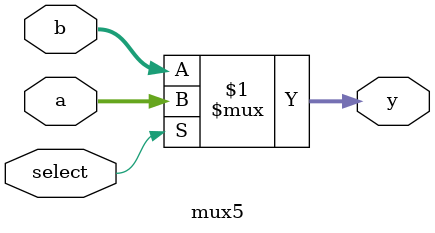
<source format=v>
/*
* Gustavo Ordoñez
* Gabriela Iriarte
* Código extraído de la presentación sinclecyclev2
*/

// Multiplexor de 32 bits
module mux32(input [31:0] a, b, input select, output [31:0] y);

assign y = (select) ? a: b;

endmodule


// Multiplexor de 5 bits
module mux5(input [4:0] a, b, input select, output [4:0] y);

assign y = (select) ? a: b;

endmodule

</source>
